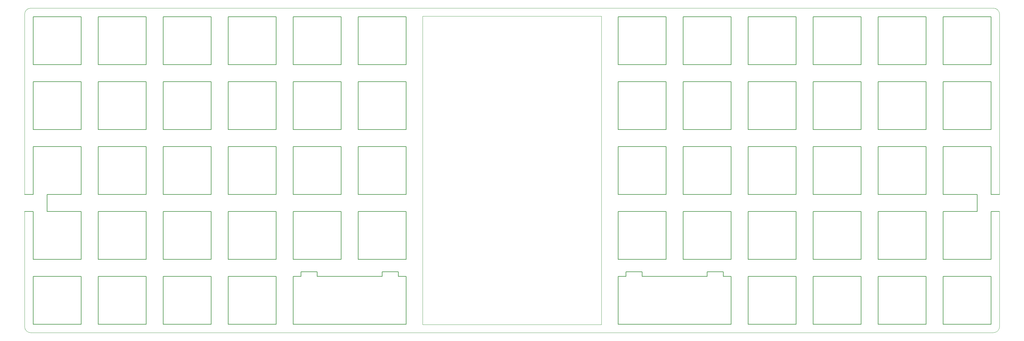
<source format=gm1>
%TF.GenerationSoftware,KiCad,Pcbnew,6.0.10-86aedd382b~118~ubuntu22.10.1*%
%TF.CreationDate,2023-02-23T17:24:00+01:00*%
%TF.ProjectId,lumberjack-full,6c756d62-6572-46a6-9163-6b2d66756c6c,rev?*%
%TF.SameCoordinates,Original*%
%TF.FileFunction,Profile,NP*%
%FSLAX46Y46*%
G04 Gerber Fmt 4.6, Leading zero omitted, Abs format (unit mm)*
G04 Created by KiCad (PCBNEW 6.0.10-86aedd382b~118~ubuntu22.10.1) date 2023-02-23 17:24:00*
%MOMM*%
%LPD*%
G01*
G04 APERTURE LIST*
%TA.AperFunction,Profile*%
%ADD10C,0.100000*%
%TD*%
%TA.AperFunction,Profile*%
%ADD11C,0.150000*%
%TD*%
G04 APERTURE END LIST*
D10*
X275035702Y-99417697D02*
X275034557Y-133231058D01*
X-8929868Y-135016997D02*
X273248618Y-135016997D01*
D11*
X75009265Y-117157607D02*
X75009690Y-118467715D01*
X98821785Y-117157607D02*
X98821785Y-118467685D01*
X70246761Y-118467685D02*
X70246761Y-117157607D01*
X94059770Y-118467685D02*
X94059281Y-117157607D01*
D10*
X-8929868Y-39766917D02*
G75*
G03*
X-10715807Y-41552856I-1J-1785938D01*
G01*
D11*
X-4167364Y-94416959D02*
X-4167364Y-99417605D01*
X-8215347Y-99417605D02*
X-10715842Y-99417697D01*
X94059281Y-117157607D02*
X98821785Y-117157607D01*
X-8215347Y-94416900D02*
X-10715842Y-94417047D01*
X70246761Y-117157607D02*
X75009265Y-117157607D01*
D10*
X-10715807Y-133231058D02*
G75*
G03*
X-8929868Y-135016997I1785938J-1D01*
G01*
X-10715807Y-41552856D02*
X-10715842Y-94417047D01*
X-10715842Y-99417697D02*
X-10715807Y-133231058D01*
X158353790Y-42148332D02*
X105965625Y-42148125D01*
D11*
X163235137Y-113467098D02*
X163235137Y-99417723D01*
X62984445Y-75366997D02*
X48935070Y-75366997D01*
X234434929Y-94416841D02*
X220385554Y-94416841D01*
X101084723Y-42267660D02*
X101084723Y-56317035D01*
X215385026Y-118467420D02*
X215385026Y-132516795D01*
X-8215347Y-42267365D02*
X5834028Y-42267365D01*
X29884695Y-132516913D02*
X29884695Y-118467538D01*
X5834028Y-80367525D02*
X5834028Y-94416900D01*
X29884695Y-118467538D02*
X43934070Y-118467538D01*
X101084487Y-118467715D02*
X101084487Y-132517090D01*
X43934306Y-80367643D02*
X43934306Y-94417018D01*
X67985209Y-99417841D02*
X82034584Y-99417841D01*
X215384790Y-56316740D02*
X201335415Y-56316740D01*
X182285276Y-56316799D02*
X182285276Y-42267424D01*
X101084487Y-132517090D02*
X67984973Y-132517031D01*
X177284512Y-56316858D02*
X163235137Y-56316858D01*
X215384790Y-42267365D02*
X215384790Y-56316740D01*
X67985209Y-42267601D02*
X82034584Y-42267601D01*
X234434929Y-113466921D02*
X220385554Y-113466921D01*
X258485832Y-94416723D02*
X258485832Y-80367348D01*
X29884931Y-80367643D02*
X43934306Y-80367643D01*
X163235137Y-75366938D02*
X163235137Y-61317563D01*
X272535443Y-132516618D02*
X258486068Y-132516618D01*
X24884167Y-99417664D02*
X24884167Y-113467039D01*
X43934306Y-75366938D02*
X29884931Y-75366938D01*
X272535207Y-56316563D02*
X258485832Y-56316563D01*
X43934306Y-99417723D02*
X43934306Y-113467098D01*
X220385790Y-118467361D02*
X234435165Y-118467361D01*
X268487224Y-99417428D02*
X268487224Y-94416782D01*
X239435929Y-132516677D02*
X239435929Y-118467302D01*
X43934306Y-42267483D02*
X43934306Y-56316858D01*
X-8215583Y-118467420D02*
X5833792Y-118467420D01*
X215384790Y-99417605D02*
X215384790Y-113466980D01*
X48935070Y-61317622D02*
X62984445Y-61317622D01*
X182285276Y-42267424D02*
X196334651Y-42267424D01*
X43934306Y-94417018D02*
X29884931Y-94417018D01*
X48935070Y-80367702D02*
X62984445Y-80367702D01*
X201335415Y-113466980D02*
X201335415Y-99417605D01*
X163235137Y-42267483D02*
X177284512Y-42267483D01*
X234434929Y-56316681D02*
X220385554Y-56316681D01*
X177284512Y-94417018D02*
X163235137Y-94417018D01*
X239435693Y-42267247D02*
X253485068Y-42267247D01*
X234434929Y-61317386D02*
X234434929Y-75366761D01*
X101084723Y-113467275D02*
X87035348Y-113467275D01*
X48934834Y-132516972D02*
X48934834Y-118467597D01*
X234435165Y-118467361D02*
X234435165Y-132516736D01*
X101084723Y-94417195D02*
X87035348Y-94417195D01*
X82034584Y-56316976D02*
X67985209Y-56316976D01*
X-8215347Y-56316740D02*
X-8215347Y-42267365D01*
X29884931Y-94417018D02*
X29884931Y-80367643D01*
X62984445Y-99417782D02*
X62984445Y-113467157D01*
X196334651Y-61317504D02*
X196334651Y-75366879D01*
X87035348Y-94417195D02*
X87035348Y-80367820D01*
X215384790Y-113466980D02*
X201335415Y-113466980D01*
X5834028Y-56316740D02*
X-8215347Y-56316740D01*
X101084723Y-80367820D02*
X101084723Y-94417195D01*
X29884931Y-61317563D02*
X43934306Y-61317563D01*
X10834792Y-61317504D02*
X24884167Y-61317504D01*
X258485832Y-80367348D02*
X272535207Y-80367348D01*
X48935070Y-42267542D02*
X62984445Y-42267542D01*
X272535443Y-118467243D02*
X272535443Y-132516618D01*
X48935070Y-113467157D02*
X48935070Y-99417782D01*
X101084723Y-61317740D02*
X101084723Y-75367115D01*
X43934306Y-56316858D02*
X29884931Y-56316858D01*
X67985209Y-75367056D02*
X67985209Y-61317681D01*
X196334651Y-80367584D02*
X196334651Y-94416959D01*
D10*
X275034583Y-41552856D02*
G75*
G03*
X273248618Y-39766917I-1785983J-44D01*
G01*
D11*
X194073099Y-117157430D02*
X194073099Y-118467508D01*
X253485304Y-118467302D02*
X253485304Y-132516677D01*
X87035348Y-42267660D02*
X101084723Y-42267660D01*
X82034584Y-61317681D02*
X82034584Y-75367056D01*
X-8215583Y-132516795D02*
X-8215583Y-118467420D01*
X48935070Y-94417077D02*
X48935070Y-80367702D01*
X253485068Y-56316622D02*
X239435693Y-56316622D01*
X258485832Y-56316563D02*
X258485832Y-42267188D01*
X101084458Y-118467685D02*
X98821785Y-118467685D01*
X10834792Y-75366879D02*
X10834792Y-61317504D01*
X220385554Y-56316681D02*
X220385554Y-42267306D01*
X29884931Y-99417723D02*
X43934306Y-99417723D01*
X82034584Y-42267601D02*
X82034584Y-56316976D01*
X220385554Y-113466921D02*
X220385554Y-99417546D01*
X258486068Y-132516618D02*
X258486068Y-118467243D01*
X163235137Y-94417018D02*
X163235137Y-80367643D01*
X253485068Y-99417487D02*
X253485068Y-113466862D01*
X253485068Y-94416782D02*
X239435693Y-94416782D01*
X239435693Y-61317327D02*
X253485068Y-61317327D01*
X196334651Y-94416959D02*
X182285276Y-94416959D01*
X62984209Y-132516972D02*
X48934834Y-132516972D01*
X272535207Y-61317268D02*
X272535207Y-75366643D01*
X201335415Y-94416900D02*
X201335415Y-80367525D01*
X43934306Y-61317563D02*
X43934306Y-75366938D01*
X220385554Y-80367466D02*
X234434929Y-80367466D01*
X239435693Y-94416782D02*
X239435693Y-80367407D01*
X62984445Y-42267542D02*
X62984445Y-56316917D01*
X196334651Y-42267424D02*
X196334651Y-56316799D01*
X196334651Y-99417664D02*
X196334651Y-113467039D01*
X10834792Y-42267424D02*
X24884167Y-42267424D01*
X272535207Y-80367348D02*
X272535207Y-94416723D01*
X87035348Y-75367115D02*
X87035348Y-61317740D01*
X163235137Y-80367643D02*
X177284512Y-80367643D01*
D10*
X105965625Y-42148125D02*
X105965625Y-132635625D01*
D11*
X234435165Y-132516736D02*
X220385790Y-132516736D01*
X-8215347Y-75366820D02*
X-8215347Y-61317445D01*
X67985209Y-80367761D02*
X82034584Y-80367761D01*
X48935070Y-56316917D02*
X48935070Y-42267542D01*
X201335415Y-56316740D02*
X201335415Y-42267365D01*
X258486068Y-118467243D02*
X272535443Y-118467243D01*
X215384790Y-75366820D02*
X201335415Y-75366820D01*
X87035348Y-99417900D02*
X101084723Y-99417900D01*
X194073099Y-118467508D02*
X196334887Y-118467479D01*
X-4167364Y-99417605D02*
X5834028Y-99417605D01*
X201335651Y-118467420D02*
X215385026Y-118467420D01*
X201335415Y-61317445D02*
X215384790Y-61317445D01*
X87035348Y-113467275D02*
X87035348Y-99417900D01*
X220385554Y-61317386D02*
X234434929Y-61317386D01*
X101084723Y-56317035D02*
X87035348Y-56317035D01*
X48935070Y-99417782D02*
X62984445Y-99417782D01*
X177284512Y-75366938D02*
X163235137Y-75366938D01*
X220385554Y-99417546D02*
X234434929Y-99417546D01*
X10834556Y-118467479D02*
X24883931Y-118467479D01*
X10834556Y-132516854D02*
X10834556Y-118467479D01*
X48934834Y-118467597D02*
X62984209Y-118467597D01*
X182285276Y-75366879D02*
X182285276Y-61317504D01*
X82034584Y-75367056D02*
X67985209Y-75367056D01*
X268487224Y-94416782D02*
X258485832Y-94416723D01*
X239435693Y-99417487D02*
X253485068Y-99417487D01*
X29884931Y-56316858D02*
X29884931Y-42267483D01*
X87035348Y-61317740D02*
X101084723Y-61317740D01*
X177284512Y-61317563D02*
X177284512Y-75366938D01*
X43934070Y-118467538D02*
X43934070Y-132516913D01*
X201335415Y-99417605D02*
X215384790Y-99417605D01*
X258485832Y-99417428D02*
X268487224Y-99417428D01*
X5834028Y-113466980D02*
X-8215347Y-113466980D01*
X220385554Y-94416841D02*
X220385554Y-80367466D01*
X182285276Y-94416959D02*
X182285276Y-80367584D01*
X165498075Y-118467508D02*
X165498075Y-117157430D01*
X253485068Y-75366702D02*
X239435693Y-75366702D01*
X258485832Y-75366643D02*
X258485832Y-61317268D01*
X201335415Y-75366820D02*
X201335415Y-61317445D01*
X253485068Y-113466862D02*
X239435693Y-113466862D01*
X220385554Y-42267306D02*
X234434929Y-42267306D01*
X-8215347Y-61317445D02*
X5834028Y-61317445D01*
X62984445Y-61317622D02*
X62984445Y-75366997D01*
X177284512Y-42267483D02*
X177284512Y-56316858D01*
X43934306Y-113467098D02*
X29884931Y-113467098D01*
X62984445Y-56316917D02*
X48935070Y-56316917D01*
X272535207Y-99417428D02*
X272535207Y-113466803D01*
D10*
X105965625Y-132635625D02*
X158353790Y-132635832D01*
D11*
X62984445Y-94417077D02*
X48935070Y-94417077D01*
X101084723Y-99417900D02*
X101084723Y-113467275D01*
X87035348Y-80367820D02*
X101084723Y-80367820D01*
X10834792Y-94416959D02*
X10834792Y-80367584D01*
X220385790Y-132516736D02*
X220385790Y-118467361D01*
X24884167Y-94416959D02*
X10834792Y-94416959D01*
X272535207Y-42267188D02*
X272535207Y-56316563D01*
X10834792Y-113467039D02*
X10834792Y-99417664D01*
X24884167Y-42267424D02*
X24884167Y-56316799D01*
X62984445Y-80367702D02*
X62984445Y-94417077D01*
X258485832Y-61317268D02*
X272535207Y-61317268D01*
X67985209Y-56316976D02*
X67985209Y-42267601D01*
X163235137Y-61317563D02*
X177284512Y-61317563D01*
X75009690Y-118467715D02*
X94059770Y-118467685D01*
X67984973Y-118467656D02*
X70246761Y-118467685D01*
X165498075Y-117157430D02*
X170260579Y-117157430D01*
X163235373Y-132516913D02*
X163235373Y-118467538D01*
D10*
X273248618Y-39766917D02*
X-8929868Y-39766917D01*
D11*
X67984973Y-132517031D02*
X67984973Y-118467656D01*
D10*
X275034557Y-41552856D02*
X275034557Y-94417047D01*
D11*
X5834028Y-42267365D02*
X5834028Y-56316740D01*
X29884931Y-42267483D02*
X43934306Y-42267483D01*
X24883931Y-132516854D02*
X10834556Y-132516854D01*
X196334651Y-75366879D02*
X182285276Y-75366879D01*
X82034584Y-94417136D02*
X67985209Y-94417136D01*
X5834028Y-94416900D02*
X-4167364Y-94416959D01*
X-8215347Y-113466980D02*
X-8215347Y-99417605D01*
X87035348Y-56317035D02*
X87035348Y-42267660D01*
X10834792Y-80367584D02*
X24884167Y-80367584D01*
X258485832Y-42267188D02*
X272535207Y-42267188D01*
X182285276Y-80367584D02*
X196334651Y-80367584D01*
X196334887Y-118467479D02*
X196334887Y-132516854D01*
X177284512Y-80367643D02*
X177284512Y-94417018D01*
X215384790Y-61317445D02*
X215384790Y-75366820D01*
X272535207Y-113466803D02*
X258485832Y-113466803D01*
X24884167Y-113467039D02*
X10834792Y-113467039D01*
X215385026Y-132516795D02*
X201335651Y-132516795D01*
X215384790Y-80367525D02*
X215384790Y-94416900D01*
X253485068Y-61317327D02*
X253485068Y-75366702D01*
X29884931Y-113467098D02*
X29884931Y-99417723D01*
X189310595Y-117157430D02*
X194073099Y-117157430D01*
X196334651Y-113467039D02*
X182285276Y-113467039D01*
X234434929Y-80367466D02*
X234434929Y-94416841D01*
X67985209Y-61317681D02*
X82034584Y-61317681D01*
X272535207Y-99417428D02*
X275035702Y-99417697D01*
X239435693Y-113466862D02*
X239435693Y-99417487D01*
X5833792Y-132516795D02*
X-8215583Y-132516795D01*
X82034584Y-113467216D02*
X67985209Y-113467216D01*
X182285276Y-113467039D02*
X182285276Y-99417664D01*
X258485832Y-113466803D02*
X258485832Y-99417428D01*
X239435929Y-118467302D02*
X253485304Y-118467302D01*
X5834028Y-99417605D02*
X5834028Y-113466980D01*
X101084723Y-75367115D02*
X87035348Y-75367115D01*
X82034584Y-80367761D02*
X82034584Y-94417136D01*
X48935070Y-75366997D02*
X48935070Y-61317622D01*
X177284512Y-113467098D02*
X163235137Y-113467098D01*
D10*
X273248618Y-135017057D02*
G75*
G03*
X275034557Y-133231058I-18J1785957D01*
G01*
D11*
X24883931Y-118467479D02*
X24883931Y-132516854D01*
X272535207Y-94416723D02*
X275034557Y-94417047D01*
X5834028Y-75366820D02*
X-8215347Y-75366820D01*
X67985209Y-113467216D02*
X67985209Y-99417841D01*
X201335651Y-132516795D02*
X201335651Y-118467420D01*
X234434929Y-99417546D02*
X234434929Y-113466921D01*
X253485068Y-80367407D02*
X253485068Y-94416782D01*
X163235137Y-99417723D02*
X177284512Y-99417723D01*
X24884167Y-80367584D02*
X24884167Y-94416959D01*
X43934070Y-132516913D02*
X29884695Y-132516913D01*
X163235137Y-56316858D02*
X163235137Y-42267483D01*
X170260090Y-118467508D02*
X189310170Y-118467538D01*
X234434929Y-75366761D02*
X220385554Y-75366761D01*
X10834792Y-99417664D02*
X24884167Y-99417664D01*
X24884167Y-56316799D02*
X10834792Y-56316799D01*
X24884167Y-61317504D02*
X24884167Y-75366879D01*
X10834792Y-56316799D02*
X10834792Y-42267424D01*
X29884931Y-75366938D02*
X29884931Y-61317563D01*
X201335415Y-80367525D02*
X215384790Y-80367525D01*
X215384790Y-94416900D02*
X201335415Y-94416900D01*
X67985209Y-94417136D02*
X67985209Y-80367761D01*
X239435693Y-80367407D02*
X253485068Y-80367407D01*
X-8215347Y-94416900D02*
X-8215347Y-80367525D01*
X272535207Y-75366643D02*
X258485832Y-75366643D01*
X165498075Y-118467508D02*
X163235402Y-118467508D01*
X182285276Y-61317504D02*
X196334651Y-61317504D01*
X189310170Y-118467538D02*
X189310595Y-117157430D01*
X170260579Y-117157430D02*
X170260090Y-118467508D01*
X201335415Y-42267365D02*
X215384790Y-42267365D01*
X234434929Y-42267306D02*
X234434929Y-56316681D01*
X253485304Y-132516677D02*
X239435929Y-132516677D01*
X177284512Y-99417723D02*
X177284512Y-113467098D01*
X62984445Y-113467157D02*
X48935070Y-113467157D01*
X196334887Y-132516854D02*
X163235373Y-132516913D01*
X82034584Y-99417841D02*
X82034584Y-113467216D01*
X5834028Y-61317445D02*
X5834028Y-75366820D01*
X253485068Y-42267247D02*
X253485068Y-56316622D01*
D10*
X158353790Y-42148332D02*
X158353790Y-132635832D01*
D11*
X239435693Y-75366702D02*
X239435693Y-61317327D01*
X-8215347Y-80367525D02*
X5834028Y-80367525D01*
X5833792Y-118467420D02*
X5833792Y-132516795D01*
X196334651Y-56316799D02*
X182285276Y-56316799D01*
X62984209Y-118467597D02*
X62984209Y-132516972D01*
X220385554Y-75366761D02*
X220385554Y-61317386D01*
X239435693Y-56316622D02*
X239435693Y-42267247D01*
X182285276Y-99417664D02*
X196334651Y-99417664D01*
X24884167Y-75366879D02*
X10834792Y-75366879D01*
M02*

</source>
